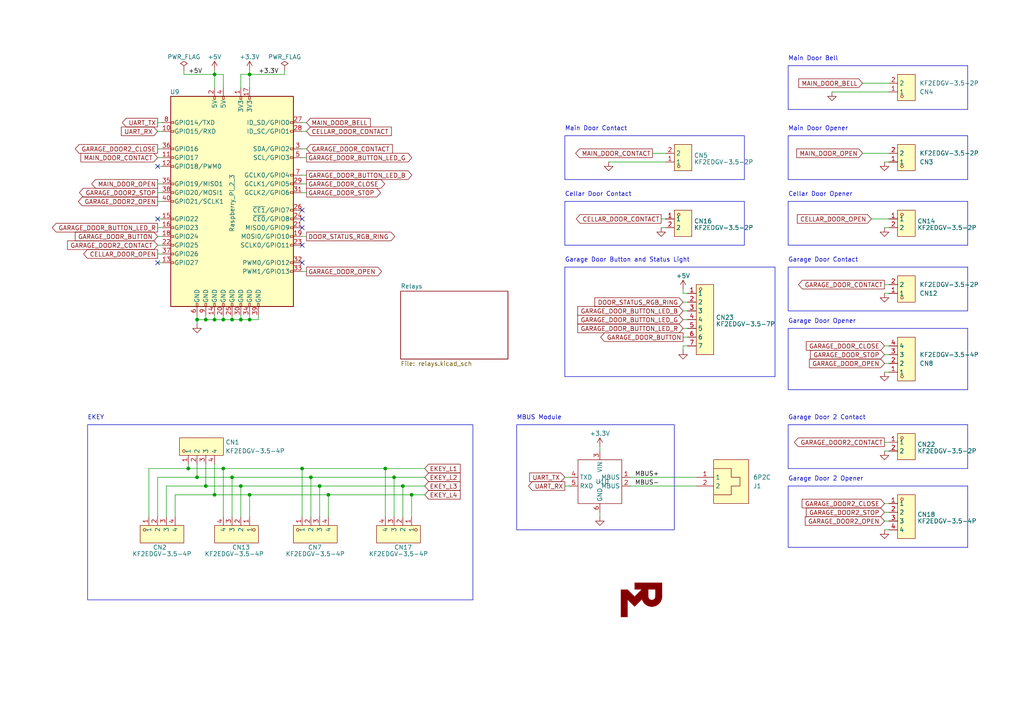
<source format=kicad_sch>
(kicad_sch (version 20230121) (generator eeschema)
  (paper "A4")
  (title_block (title "Door Controller"))
  (lib_symbols
    (symbol "Connector:Raspberry_Pi_2_3" (pin_names (offset 1.016))
      (property "Reference" "J" (at -17.78 31.75 0))
      (property "Value" "Raspberry_Pi_2_3" (at 10.16 -31.75 0))
      (symbol "Raspberry_Pi_2_3_0_1"
        (rectangle (start -17.78 30.48) (end 17.78 -30.48) (stroke (width 0.254)) (fill (type background)))
      )
      (symbol "Raspberry_Pi_2_3_1_1"
        (rectangle (start -16.891 -17.526) (end -17.78 -18.034))
        (rectangle (start -16.891 -14.986) (end -17.78 -15.494))
        (rectangle (start -16.891 -12.446) (end -17.78 -12.954))
        (rectangle (start -16.891 -9.906) (end -17.78 -10.414))
        (rectangle (start -16.891 -7.366) (end -17.78 -7.874))
        (rectangle (start -16.891 -4.826) (end -17.78 -5.334))
        (rectangle (start -16.891 0.254) (end -17.78 -0.254))
        (rectangle (start -16.891 2.794) (end -17.78 2.286))
        (rectangle (start -16.891 5.334) (end -17.78 4.826))
        (rectangle (start -16.891 10.414) (end -17.78 9.906))
        (rectangle (start -16.891 12.954) (end -17.78 12.446))
        (rectangle (start -16.891 15.494) (end -17.78 14.986))
        (rectangle (start -16.891 20.574) (end -17.78 20.066))
        (rectangle (start -16.891 23.114) (end -17.78 22.606))
        (rectangle (start -10.414 -29.591) (end -9.906 -30.48))
        (rectangle (start -7.874 -29.591) (end -7.366 -30.48))
        (rectangle (start -5.334 -29.591) (end -4.826 -30.48))
        (rectangle (start -5.334 30.48) (end -4.826 29.591))
        (rectangle (start -2.794 -29.591) (end -2.286 -30.48))
        (rectangle (start -2.794 30.48) (end -2.286 29.591))
        (rectangle (start -0.254 -29.591) (end 0.254 -30.48))
        (rectangle (start 2.286 -29.591) (end 2.794 -30.48))
        (rectangle (start 2.286 30.48) (end 2.794 29.591))
        (rectangle (start 4.826 -29.591) (end 5.334 -30.48))
        (rectangle (start 4.826 30.48) (end 5.334 29.591))
        (rectangle (start 7.366 -29.591) (end 7.874 -30.48))
        (rectangle (start 17.78 -20.066) (end 16.891 -20.574))
        (rectangle (start 17.78 -17.526) (end 16.891 -18.034))
        (rectangle (start 17.78 -12.446) (end 16.891 -12.954))
        (rectangle (start 17.78 -9.906) (end 16.891 -10.414))
        (rectangle (start 17.78 -7.366) (end 16.891 -7.874))
        (rectangle (start 17.78 -4.826) (end 16.891 -5.334))
        (rectangle (start 17.78 -2.286) (end 16.891 -2.794))
        (rectangle (start 17.78 2.794) (end 16.891 2.286))
        (rectangle (start 17.78 5.334) (end 16.891 4.826))
        (rectangle (start 17.78 7.874) (end 16.891 7.366))
        (rectangle (start 17.78 12.954) (end 16.891 12.446))
        (rectangle (start 17.78 15.494) (end 16.891 14.986))
        (rectangle (start 17.78 20.574) (end 16.891 20.066))
        (rectangle (start 17.78 23.114) (end 16.891 22.606))
        (pin power_in line (at 2.54 33.02 270) (length 2.54) (name "3V3") (number "1"))
        (pin bidirectional line (at -20.32 20.32 0) (length 2.54) (name "GPIO15/RXD") (number "10"))
        (pin bidirectional line (at -20.32 12.7 0) (length 2.54) (name "GPIO17") (number "11"))
        (pin bidirectional line (at -20.32 10.16 0) (length 2.54) (name "GPIO18/PWM0") (number "12"))
        (pin bidirectional line (at -20.32 -17.78 0) (length 2.54) (name "GPIO27") (number "13"))
        (pin power_in line (at -5.08 -33.02 90) (length 2.54) (name "GND") (number "14"))
        (pin bidirectional line (at -20.32 -5.08 0) (length 2.54) (name "GPIO22") (number "15"))
        (pin bidirectional line (at -20.32 -7.62 0) (length 2.54) (name "GPIO23") (number "16"))
        (pin power_in line (at 5.08 33.02 270) (length 2.54) (name "3V3") (number "17"))
        (pin bidirectional line (at -20.32 -10.16 0) (length 2.54) (name "GPIO24") (number "18"))
        (pin bidirectional line (at 20.32 -10.16 180) (length 2.54) (name "MOSI0/GPIO10") (number "19"))
        (pin power_in line (at -5.08 33.02 270) (length 2.54) (name "5V") (number "2"))
        (pin power_in line (at -2.54 -33.02 90) (length 2.54) (name "GND") (number "20"))
        (pin bidirectional line (at 20.32 -7.62 180) (length 2.54) (name "MISO0/GPIO9") (number "21"))
        (pin bidirectional line (at -20.32 -12.7 0) (length 2.54) (name "GPIO25") (number "22"))
        (pin bidirectional line (at 20.32 -12.7 180) (length 2.54) (name "SCLK0/GPIO11") (number "23"))
        (pin bidirectional line (at 20.32 -5.08 180) (length 2.54) (name "~{CE0}/GPIO8") (number "24"))
        (pin power_in line (at 0 -33.02 90) (length 2.54) (name "GND") (number "25"))
        (pin bidirectional line (at 20.32 -2.54 180) (length 2.54) (name "~{CE1}/GPIO7") (number "26"))
        (pin bidirectional line (at 20.32 22.86 180) (length 2.54) (name "ID_SD/GPIO0") (number "27"))
        (pin bidirectional line (at 20.32 20.32 180) (length 2.54) (name "ID_SC/GPIO1") (number "28"))
        (pin bidirectional line (at 20.32 5.08 180) (length 2.54) (name "GCLK1/GPIO5") (number "29"))
        (pin bidirectional line (at 20.32 15.24 180) (length 2.54) (name "SDA/GPIO2") (number "3"))
        (pin power_in line (at 2.54 -33.02 90) (length 2.54) (name "GND") (number "30"))
        (pin bidirectional line (at 20.32 2.54 180) (length 2.54) (name "GCLK2/GPIO6") (number "31"))
        (pin bidirectional line (at 20.32 -17.78 180) (length 2.54) (name "PWM0/GPIO12") (number "32"))
        (pin bidirectional line (at 20.32 -20.32 180) (length 2.54) (name "PWM1/GPIO13") (number "33"))
        (pin power_in line (at 5.08 -33.02 90) (length 2.54) (name "GND") (number "34"))
        (pin bidirectional line (at -20.32 5.08 0) (length 2.54) (name "GPIO19/MISO1") (number "35"))
        (pin bidirectional line (at -20.32 15.24 0) (length 2.54) (name "GPIO16") (number "36"))
        (pin bidirectional line (at -20.32 -15.24 0) (length 2.54) (name "GPIO26") (number "37"))
        (pin bidirectional line (at -20.32 2.54 0) (length 2.54) (name "GPIO20/MOSI1") (number "38"))
        (pin power_in line (at 7.62 -33.02 90) (length 2.54) (name "GND") (number "39"))
        (pin power_in line (at -2.54 33.02 270) (length 2.54) (name "5V") (number "4"))
        (pin bidirectional line (at -20.32 0 0) (length 2.54) (name "GPIO21/SCLK1") (number "40"))
        (pin bidirectional line (at 20.32 12.7 180) (length 2.54) (name "SCL/GPIO3") (number "5"))
        (pin power_in line (at -10.16 -33.02 90) (length 2.54) (name "GND") (number "6"))
        (pin bidirectional line (at 20.32 7.62 180) (length 2.54) (name "GCLK0/GPIO4") (number "7"))
        (pin bidirectional line (at -20.32 22.86 0) (length 2.54) (name "GPIO14/TXD") (number "8"))
        (pin power_in line (at -7.62 -33.02 90) (length 2.54) (name "GND") (number "9"))
      )
    )
    (symbol "MBUS:UART_MBUS_Slave_Module"
      (property "Reference" "U" (at 0 0 0))
      (symbol "UART_MBUS_Slave_Module_0_1"
        (rectangle (start -6.35 6.35) (end 6.35 -6.35))
      )
      (symbol "UART_MBUS_Slave_Module_1_1"
        (pin passive line (at 8.89 1.27 180) (length 2.54) (name "MBUS") (number "1"))
        (pin passive line (at 8.89 -1.27 180) (length 2.54) (name "MBUS") (number "2"))
        (pin power_in line (at 0 8.89 270) (length 2.54) (name "VIN") (number "3"))
        (pin output line (at -8.89 1.27 0) (length 2.54) (name "TXD") (number "4"))
        (pin input line (at -8.89 -1.27 0) (length 2.54) (name "RXD") (number "5"))
        (pin power_out line (at 0 -8.89 90) (length 2.54) (name "GND") (number "6"))
      )
    )
    (symbol "MR-Logo:MR-Logo_9.6x8mm" (in_bom no)
      (symbol "MR-Logo_9.6x8mm_1_1"
        (polyline (pts (xy -6 -5) (xy -4 -5) (xy -4 0) (xy -2 -2) (xy 1 1) (xy 2 1) (xy 2 3) (xy 4 3) (xy 4 1) (xy 6 1) (xy 6 5) (xy -2 5) (xy -2 3) (xy 0 3) (xy -2 1) (xy -4 3) (xy -6 3) (xy -6 -5)) (stroke (width -0.0001)) (fill (type outline)))
        (arc (start 1 1) (mid 1.5858 -0.4142) (end 3 -1) (stroke (width 2)))
        (arc (start 3 -1) (mid 4.4142 -0.4142) (end 5 1) (stroke (width 2)))
      )
    )
    (symbol "easyeda2kicad:HC-WK62-MIH12-G"
      (property "Reference" "RJ" (at 0 0 0))
      (property "Value" "HC-WK62-MIH12-G" (at 0 -10.16 0))
      (symbol "HC-WK62-MIH12-G_0_1"
        (rectangle (start -7.62 10.16) (end 5.08 0) (fill (type background)))
        (polyline (pts (xy 2.54 0) (xy 2.54 5.08) (xy 0 5.08) (xy 0 7.62) (xy -2.54 7.62) (xy -2.54 5.08) (xy -5.08 5.08) (xy -5.08 2.54) (xy -5.08 0)))
      )
      (symbol "HC-WK62-MIH12-G_1_1"
        (pin passive line (at 0 -5.08 90) (length 5.08) (name "1") (number "1"))
        (pin passive line (at -2.54 -5.08 90) (length 5.08) (name "2") (number "2"))
      )
    )
    (symbol "easyeda2kicad:KF2EDGV-3.5-2P"
      (property "Reference" "CN" (at 0 6.35 0))
      (property "Value" "KF2EDGV-3.5-2P" (at 0 -6.35 0))
      (symbol "KF2EDGV-3.5-2P_0_1"
        (rectangle (start -2.54 3.81) (end 2.54 -3.81) (fill (type background)))
        (circle (center -1.27 2.54) (radius 0.38))
      )
      (symbol "KF2EDGV-3.5-2P_1_1"
        (pin passive line (at -5.08 1.27 0) (length 2.54) (name "1") (number "1"))
        (pin passive line (at -5.08 -1.27 0) (length 2.54) (name "2") (number "2"))
      )
    )
    (symbol "easyeda2kicad:KF2EDGV-3.5-4P"
      (property "Reference" "CN" (at 0 8.89 0))
      (property "Value" "KF2EDGV-3.5-4P" (at 0 -8.89 0))
      (symbol "KF2EDGV-3.5-4P_0_1"
        (rectangle (start -2.54 6.35) (end 2.54 -6.35) (fill (type background)))
        (circle (center -1.27 5.08) (radius 0.38))
      )
      (symbol "KF2EDGV-3.5-4P_1_1"
        (pin passive line (at -5.08 3.81 0) (length 2.54) (name "1") (number "1"))
        (pin passive line (at -5.08 1.27 0) (length 2.54) (name "2") (number "2"))
        (pin passive line (at -5.08 -1.27 0) (length 2.54) (name "3") (number "3"))
        (pin passive line (at -5.08 -3.81 0) (length 2.54) (name "4") (number "4"))
      )
    )
    (symbol "easyeda2kicad:KF2EDGV-3.5-7P"
      (property "Reference" "CN" (at 0 12.7 0))
      (property "Value" "KF2EDGV-3.5-7P" (at 0 -12.7 0))
      (symbol "KF2EDGV-3.5-7P_0_1"
        (rectangle (start -2.54 10.16) (end 2.54 -10.16) (fill (type background)))
        (circle (center -1.27 8.89) (radius 0.38))
      )
      (symbol "KF2EDGV-3.5-7P_1_1"
        (pin passive line (at -5.08 7.62 0) (length 2.54) (name "1") (number "1"))
        (pin passive line (at -5.08 5.08 0) (length 2.54) (name "2") (number "2"))
        (pin passive line (at -5.08 2.54 0) (length 2.54) (name "3") (number "3"))
        (pin passive line (at -5.08 0 0) (length 2.54) (name "4") (number "4"))
        (pin passive line (at -5.08 -2.54 0) (length 2.54) (name "5") (number "5"))
        (pin passive line (at -5.08 -5.08 0) (length 2.54) (name "6") (number "6"))
        (pin passive line (at -5.08 -7.62 0) (length 2.54) (name "7") (number "7"))
      )
    )
    (symbol "power:+3.3V" (power) (pin_names (offset 0))
      (property "Value" "+3.3V" (at 0 3.556 0))
      (symbol "+3.3V_0_1"
        (polyline (pts (xy -0.762 1.27) (xy 0 2.54)))
        (polyline (pts (xy 0 0) (xy 0 2.54)))
        (polyline (pts (xy 0 2.54) (xy 0.762 1.27)))
      )
      (symbol "+3.3V_1_1"
        (pin power_in line (at 0 0 90) (length 0) hide (name "+3.3V") (number "1"))
      )
    )
    (symbol "power:+5V" (power) (pin_names (offset 0))
      (property "Value" "+5V" (at 0 3.556 0))
      (symbol "+5V_0_1"
        (polyline (pts (xy -0.762 1.27) (xy 0 2.54)))
        (polyline (pts (xy 0 0) (xy 0 2.54)))
        (polyline (pts (xy 0 2.54) (xy 0.762 1.27)))
      )
      (symbol "+5V_1_1"
        (pin power_in line (at 0 0 90) (length 0) hide (name "+5V") (number "1"))
      )
    )
    (symbol "power:GND" (power) (pin_names (offset 0))
      (property "Value" "GND" (at 0 -3.81 0))
      (symbol "GND_0_1"
        (polyline (pts (xy 0 0) (xy 0 -1.27) (xy 1.27 -1.27) (xy 0 -2.54) (xy -1.27 -1.27) (xy 0 -1.27)))
      )
      (symbol "GND_1_1"
        (pin power_in line (at 0 0 270) (length 0) hide (name "GND") (number "1"))
      )
    )
    (symbol "power:PWR_FLAG" (power) (pin_numbers hide) (pin_names (offset 0) hide)
      (property "Value" "PWR_FLAG" (at 0 3.81 0))
      (symbol "PWR_FLAG_0_0"
        (pin power_out line (at 0 0 90) (length 0) (name "pwr") (number "1"))
      )
      (symbol "PWR_FLAG_0_1"
        (polyline (pts (xy 0 0) (xy 0 1.27) (xy -1.016 1.905) (xy 0 2.54) (xy 1.016 1.905) (xy 0 1.27)))
      )
    )
  )
  (junction (at 69.85 92.71))
  (junction (at 62.23 92.71))
  (junction (at 72.39 92.71))
  (junction (at 57.15 138.43))
  (junction (at 87.63 135.89))
  (junction (at 90.17 138.43))
  (junction (at 92.71 140.97))
  (junction (at 54.61 135.89))
  (junction (at 111.76 135.89))
  (junction (at 95.25 143.51))
  (junction (at 64.77 135.89))
  (junction (at 72.39 21.59))
  (junction (at 64.77 92.71))
  (junction (at 69.85 140.97))
  (junction (at 72.39 143.51))
  (junction (at 119.38 143.51))
  (junction (at 57.15 92.71))
  (junction (at 116.84 140.97))
  (junction (at 67.31 92.71))
  (junction (at 59.69 92.71))
  (junction (at 62.23 21.59))
  (junction (at 62.23 143.51))
  (junction (at 59.69 140.97))
  (junction (at 114.3 138.43))
  (junction (at 67.31 138.43))
  (no_connect (at 87.63 60.96))
  (no_connect (at 45.72 76.2))
  (no_connect (at 87.63 76.2))
  (no_connect (at 87.63 66.04))
  (no_connect (at 45.72 63.5))
  (no_connect (at 87.63 63.5))
  (no_connect (at 87.63 71.12))
  (no_connect (at 45.72 48.26))
  (wire (pts (xy 87.63 53.34) (xy 88.9 53.34)))
  (wire (pts (xy 57.15 91.44) (xy 57.15 92.71)))
  (polyline (pts (xy 163.83 77.47) (xy 163.83 109.22)))
  (wire (pts (xy 198.12 87.63) (xy 199.39 87.63)))
  (wire (pts (xy 198.12 100.33) (xy 198.12 101.6)))
  (polyline (pts (xy 228.6 90.17) (xy 280.67 90.17)))
  (wire (pts (xy 123.19 135.89) (xy 111.76 135.89)))
  (wire (pts (xy 182.88 138.43) (xy 201.93 138.43)))
  (polyline (pts (xy 215.9 39.37) (xy 163.83 39.37)))
  (wire (pts (xy 119.38 143.51) (xy 119.38 149.86)))
  (wire (pts (xy 45.72 38.1) (xy 46.99 38.1)))
  (wire (pts (xy 74.93 91.44) (xy 74.93 92.71)))
  (wire (pts (xy 59.69 140.97) (xy 69.85 140.97)))
  (wire (pts (xy 62.23 21.59) (xy 62.23 25.4)))
  (wire (pts (xy 256.54 46.99) (xy 257.81 46.99)))
  (wire (pts (xy 64.77 135.89) (xy 87.63 135.89)))
  (wire (pts (xy 256.54 100.33) (xy 257.81 100.33)))
  (wire (pts (xy 45.72 48.26) (xy 46.99 48.26)))
  (wire (pts (xy 88.9 43.18) (xy 87.63 43.18)))
  (polyline (pts (xy 228.6 135.89) (xy 280.67 135.89)))
  (wire (pts (xy 45.72 138.43) (xy 57.15 138.43)))
  (wire (pts (xy 57.15 92.71) (xy 57.15 93.98)))
  (wire (pts (xy 256.54 148.59) (xy 257.81 148.59)))
  (polyline (pts (xy 280.67 31.75) (xy 280.67 19.05)))
  (polyline (pts (xy 224.79 109.22) (xy 224.79 77.47)))
  (wire (pts (xy 87.63 50.8) (xy 88.9 50.8)))
  (wire (pts (xy 92.71 140.97) (xy 92.71 149.86)))
  (polyline (pts (xy 195.58 153.67) (xy 195.58 123.19)))
  (wire (pts (xy 62.23 20.32) (xy 62.23 21.59)))
  (wire (pts (xy 57.15 92.71) (xy 59.69 92.71)))
  (wire (pts (xy 173.99 149.86) (xy 173.99 148.59)))
  (polyline (pts (xy 228.6 19.05) (xy 228.6 31.75)))
  (polyline (pts (xy 280.67 52.07) (xy 280.67 39.37)))
  (wire (pts (xy 256.54 82.55) (xy 257.81 82.55)))
  (wire (pts (xy 46.99 35.56) (xy 45.72 35.56)))
  (wire (pts (xy 87.63 38.1) (xy 88.9 38.1)))
  (wire (pts (xy 256.54 107.95) (xy 257.81 107.95)))
  (wire (pts (xy 72.39 143.51) (xy 72.39 149.86)))
  (polyline (pts (xy 228.6 39.37) (xy 228.6 52.07)))
  (polyline (pts (xy 228.6 95.25) (xy 228.6 113.03)))
  (polyline (pts (xy 163.83 52.07) (xy 215.9 52.07)))
  (wire (pts (xy 64.77 91.44) (xy 64.77 92.71)))
  (polyline (pts (xy 280.67 140.97) (xy 228.6 140.97)))
  (polyline (pts (xy 280.67 95.25) (xy 228.6 95.25)))
  (wire (pts (xy 90.17 138.43) (xy 114.3 138.43)))
  (wire (pts (xy 250.19 24.13) (xy 257.81 24.13)))
  (wire (pts (xy 59.69 134.62) (xy 59.69 140.97)))
  (wire (pts (xy 67.31 92.71) (xy 69.85 92.71)))
  (wire (pts (xy 189.23 44.45) (xy 193.04 44.45)))
  (wire (pts (xy 48.26 140.97) (xy 59.69 140.97)))
  (wire (pts (xy 69.85 140.97) (xy 69.85 149.86)))
  (wire (pts (xy 114.3 138.43) (xy 123.19 138.43)))
  (wire (pts (xy 64.77 92.71) (xy 67.31 92.71)))
  (wire (pts (xy 256.54 102.87) (xy 257.81 102.87)))
  (wire (pts (xy 173.99 130.81) (xy 173.99 129.54)))
  (wire (pts (xy 191.77 66.04) (xy 193.04 66.04)))
  (wire (pts (xy 45.72 73.66) (xy 46.99 73.66)))
  (wire (pts (xy 72.39 20.32) (xy 72.39 21.59)))
  (wire (pts (xy 256.54 66.04) (xy 257.81 66.04)))
  (wire (pts (xy 54.61 135.89) (xy 64.77 135.89)))
  (wire (pts (xy 87.63 135.89) (xy 87.63 149.86)))
  (wire (pts (xy 256.54 153.67) (xy 257.81 153.67)))
  (wire (pts (xy 48.26 140.97) (xy 48.26 149.86)))
  (wire (pts (xy 114.3 138.43) (xy 114.3 149.86)))
  (wire (pts (xy 50.8 143.51) (xy 62.23 143.51)))
  (wire (pts (xy 92.71 140.97) (xy 116.84 140.97)))
  (wire (pts (xy 256.54 146.05) (xy 257.81 146.05)))
  (wire (pts (xy 163.83 140.97) (xy 165.1 140.97)))
  (polyline (pts (xy 195.58 123.19) (xy 149.86 123.19)))
  (wire (pts (xy 69.85 92.71) (xy 72.39 92.71)))
  (polyline (pts (xy 163.83 39.37) (xy 163.83 52.07)))
  (wire (pts (xy 64.77 135.89) (xy 64.77 149.86)))
  (wire (pts (xy 256.54 130.81) (xy 257.81 130.81)))
  (wire (pts (xy 57.15 134.62) (xy 57.15 138.43)))
  (wire (pts (xy 59.69 92.71) (xy 62.23 92.71)))
  (wire (pts (xy 72.39 21.59) (xy 82.55 21.59)))
  (polyline (pts (xy 163.83 109.22) (xy 224.79 109.22)))
  (wire (pts (xy 95.25 143.51) (xy 119.38 143.51)))
  (wire (pts (xy 67.31 138.43) (xy 67.31 149.86)))
  (polyline (pts (xy 228.6 31.75) (xy 280.67 31.75)))
  (polyline (pts (xy 215.9 52.07) (xy 215.9 39.37)))
  (wire (pts (xy 176.53 46.99) (xy 193.04 46.99)))
  (wire (pts (xy 87.63 35.56) (xy 88.9 35.56)))
  (wire (pts (xy 43.18 135.89) (xy 54.61 135.89)))
  (wire (pts (xy 87.63 68.58) (xy 88.9 68.58)))
  (wire (pts (xy 123.19 140.97) (xy 116.84 140.97)))
  (wire (pts (xy 198.12 92.71) (xy 199.39 92.71)))
  (wire (pts (xy 256.54 85.09) (xy 257.81 85.09)))
  (wire (pts (xy 241.3 26.67) (xy 257.81 26.67)))
  (wire (pts (xy 72.39 21.59) (xy 72.39 25.4)))
  (wire (pts (xy 62.23 143.51) (xy 72.39 143.51)))
  (wire (pts (xy 45.72 66.04) (xy 46.99 66.04)))
  (wire (pts (xy 199.39 100.33) (xy 198.12 100.33)))
  (polyline (pts (xy 149.86 153.67) (xy 195.58 153.67)))
  (wire (pts (xy 256.54 105.41) (xy 257.81 105.41)))
  (wire (pts (xy 45.72 53.34) (xy 46.99 53.34)))
  (polyline (pts (xy 228.6 52.07) (xy 280.67 52.07)))
  (wire (pts (xy 59.69 91.44) (xy 59.69 92.71)))
  (wire (pts (xy 198.12 83.82) (xy 198.12 85.09)))
  (wire (pts (xy 95.25 143.51) (xy 95.25 149.86)))
  (wire (pts (xy 116.84 149.86) (xy 116.84 140.97)))
  (wire (pts (xy 72.39 92.71) (xy 74.93 92.71)))
  (wire (pts (xy 45.72 63.5) (xy 46.99 63.5)))
  (wire (pts (xy 90.17 138.43) (xy 90.17 149.86)))
  (wire (pts (xy 62.23 92.71) (xy 64.77 92.71)))
  (polyline (pts (xy 215.9 58.42) (xy 163.83 58.42)))
  (wire (pts (xy 53.34 20.32) (xy 53.34 21.59)))
  (wire (pts (xy 198.12 85.09) (xy 199.39 85.09)))
  (wire (pts (xy 72.39 143.51) (xy 95.25 143.51)))
  (polyline (pts (xy 228.6 123.19) (xy 228.6 135.89)))
  (wire (pts (xy 163.83 138.43) (xy 165.1 138.43)))
  (polyline (pts (xy 163.83 71.12) (xy 215.9 71.12)))
  (polyline (pts (xy 280.67 113.03) (xy 280.67 95.25)))
  (wire (pts (xy 43.18 135.89) (xy 43.18 149.86)))
  (polyline (pts (xy 228.6 58.42) (xy 228.6 71.12)))
  (wire (pts (xy 198.12 97.79) (xy 199.39 97.79)))
  (wire (pts (xy 88.9 45.72) (xy 87.63 45.72)))
  (wire (pts (xy 64.77 21.59) (xy 64.77 25.4)))
  (polyline (pts (xy 228.6 71.12) (xy 280.67 71.12)))
  (wire (pts (xy 45.72 71.12) (xy 46.99 71.12)))
  (wire (pts (xy 45.72 55.88) (xy 46.99 55.88)))
  (wire (pts (xy 45.72 43.18) (xy 46.99 43.18)))
  (wire (pts (xy 87.63 78.74) (xy 88.9 78.74)))
  (wire (pts (xy 252.73 63.5) (xy 257.81 63.5)))
  (wire (pts (xy 69.85 91.44) (xy 69.85 92.71)))
  (polyline (pts (xy 224.79 77.47) (xy 163.83 77.47)))
  (wire (pts (xy 72.39 91.44) (xy 72.39 92.71)))
  (wire (pts (xy 45.72 76.2) (xy 46.99 76.2)))
  (wire (pts (xy 45.72 149.86) (xy 45.72 138.43)))
  (wire (pts (xy 69.85 21.59) (xy 69.85 25.4)))
  (polyline (pts (xy 280.67 123.19) (xy 228.6 123.19)))
  (wire (pts (xy 50.8 149.86) (xy 50.8 143.51)))
  (wire (pts (xy 45.72 68.58) (xy 46.99 68.58)))
  (polyline (pts (xy 215.9 71.12) (xy 215.9 58.42)))
  (polyline (pts (xy 163.83 58.42) (xy 163.83 71.12)))
  (wire (pts (xy 82.55 21.59) (xy 82.55 20.32)))
  (polyline (pts (xy 280.67 58.42) (xy 228.6 58.42)))
  (polyline (pts (xy 280.67 90.17) (xy 280.67 77.47)))
  (polyline (pts (xy 280.67 135.89) (xy 280.67 123.19)))
  (wire (pts (xy 62.23 134.62) (xy 62.23 143.51)))
  (polyline (pts (xy 228.6 140.97) (xy 228.6 158.75)))
  (wire (pts (xy 45.72 58.42) (xy 46.99 58.42)))
  (wire (pts (xy 87.63 135.89) (xy 111.76 135.89)))
  (wire (pts (xy 250.19 44.45) (xy 257.81 44.45)))
  (wire (pts (xy 256.54 128.27) (xy 257.81 128.27)))
  (wire (pts (xy 54.61 134.62) (xy 54.61 135.89)))
  (wire (pts (xy 57.15 138.43) (xy 67.31 138.43)))
  (wire (pts (xy 67.31 138.43) (xy 90.17 138.43)))
  (wire (pts (xy 67.31 91.44) (xy 67.31 92.71)))
  (polyline (pts (xy 228.6 158.75) (xy 280.67 158.75)))
  (wire (pts (xy 62.23 91.44) (xy 62.23 92.71)))
  (polyline (pts (xy 280.67 39.37) (xy 228.6 39.37)))
  (polyline (pts (xy 280.67 77.47) (xy 228.6 77.47)))
  (wire (pts (xy 62.23 21.59) (xy 64.77 21.59)))
  (wire (pts (xy 198.12 95.25) (xy 199.39 95.25)))
  (wire (pts (xy 123.19 143.51) (xy 119.38 143.51)))
  (wire (pts (xy 191.77 63.5) (xy 193.04 63.5)))
  (wire (pts (xy 256.54 151.13) (xy 257.81 151.13)))
  (wire (pts (xy 111.76 135.89) (xy 111.76 149.86)))
  (wire (pts (xy 69.85 21.59) (xy 72.39 21.59)))
  (wire (pts (xy 45.72 45.72) (xy 46.99 45.72)))
  (polyline (pts (xy 149.86 123.19) (xy 149.86 153.67)))
  (wire (pts (xy 198.12 90.17) (xy 199.39 90.17)))
  (wire (pts (xy 69.85 140.97) (xy 92.71 140.97)))
  (polyline (pts (xy 280.67 158.75) (xy 280.67 140.97)))
  (wire (pts (xy 53.34 21.59) (xy 62.23 21.59)))
  (polyline (pts (xy 228.6 77.47) (xy 228.6 90.17)))
  (polyline (pts (xy 228.6 113.03) (xy 280.67 113.03)))
  (wire (pts (xy 87.63 55.88) (xy 88.9 55.88)))
  (wire (pts (xy 182.88 140.97) (xy 201.93 140.97)))
  (polyline (pts (xy 280.67 19.05) (xy 228.6 19.05)))
  (polyline (pts (xy 280.67 71.12) (xy 280.67 58.42)))
  (rectangle (start 25.4 123.19) (end 137.16 173.99))
  (text "Cellar Door Contact" (at 163.83 57.15 0) (effects (font (size 1.27 1.27)) (justify left bottom)))
  (text "Garage Door Contact" (at 228.6 76.2 0) (effects (font (size 1.27 1.27)) (justify left bottom)))
  (text "Cellar Door Opener" (at 228.6 57.15 0) (effects (font (size 1.27 1.27)) (justify left bottom)))
  (text "Main Door Bell" (at 228.6 17.78 0) (effects (font (size 1.27 1.27)) (justify left bottom)))
  (text "EKEY" (at 25.4 121.92 0) (effects (font (size 1.27 1.27)) (justify left bottom)))
  (text "MBUS Module" (at 149.86 121.92 0) (effects (font (size 1.27 1.27)) (justify left bottom)))
  (text "Main Door Opener" (at 228.6 38.1 0) (effects (font (size 1.27 1.27)) (justify left bottom)))
  (text "Garage Door 2 Contact" (at 228.6 121.92 0) (effects (font (size 1.27 1.27)) (justify left bottom)))
  (text "Main Door Contact" (at 163.83 38.1 0) (effects (font (size 1.27 1.27)) (justify left bottom)))
  (text "Garage Door 2 Opener" (at 228.6 139.7 0) (effects (font (size 1.27 1.27)) (justify left bottom)))
  (text "Garage Door Opener" (at 228.6 93.98 0) (effects (font (size 1.27 1.27)) (justify left bottom)))
  (text "Garage Door Button and Status Light" (at 163.83 76.2 0) (effects (font (size 1.27 1.27)) (justify left bottom)))
  (label "MBUS-" (at 184.15 140.97 0))
  (label "MBUS+" (at 184.15 138.43 0))
  (label "+3.3V" (at 74.93 21.59 0))
  (label "+5V" (at 54.61 21.59 0))
  (global_label "GARAGE_DOOR_BUTTON_LED_R" (shape input) (at 198.12 95.25 180) (property "Intersheetrefs" "${INTERSHEET_REFS}" (effects hide)))
  (global_label "GARAGE_DOOR2_STOP" (shape output) (at 45.72 55.88 180) (property "Intersheetrefs" "${INTERSHEET_REFS}" (effects hide)))
  (global_label "GARAGE_DOOR_BUTTON_LED_G" (shape output) (at 88.9 45.72 0) (property "Intersheetrefs" "${INTERSHEET_REFS}" (effects hide)))
  (global_label "MAIN_DOOR_OPEN" (shape input) (at 250.19 44.45 180) (property "Intersheetrefs" "${INTERSHEET_REFS}" (effects hide)))
  (global_label "UART_TX" (shape input) (at 163.83 138.43 180) (property "Intersheetrefs" "${INTERSHEET_REFS}" (effects hide)))
  (global_label "CELLAR_DOOR_CONTACT" (shape input) (at 88.9 38.1 0) (property "Intersheetrefs" "${INTERSHEET_REFS}" (effects hide)))
  (global_label "GARAGE_DOOR_CLOSE" (shape input) (at 256.54 100.33 180) (property "Intersheetrefs" "${INTERSHEET_REFS}" (effects hide)))
  (global_label "UART_RX" (shape input) (at 45.72 38.1 180) (property "Intersheetrefs" "${INTERSHEET_REFS}" (effects hide)))
  (global_label "GARAGE_DOOR2_OPEN" (shape input) (at 256.54 151.13 180) (property "Intersheetrefs" "${INTERSHEET_REFS}" (effects hide)))
  (global_label "CELLAR_DOOR_OPEN" (shape output) (at 45.72 73.66 180) (property "Intersheetrefs" "${INTERSHEET_REFS}" (effects hide)))
  (global_label "GARAGE_DOOR_BUTTON_LED_B" (shape input) (at 198.12 90.17 180) (property "Intersheetrefs" "${INTERSHEET_REFS}" (effects hide)))
  (global_label "GARAGE_DOOR2_OPEN" (shape output) (at 45.72 58.42 180) (property "Intersheetrefs" "${INTERSHEET_REFS}" (effects hide)))
  (global_label "EKEY_L3" (shape input) (at 123.19 140.97 0) (property "Intersheetrefs" "${INTERSHEET_REFS}" (effects hide)) (property "Netclass" "EKEY Bus" (effects hide)))
  (global_label "MAIN_DOOR_CONTACT" (shape input) (at 45.72 45.72 180) (property "Intersheetrefs" "${INTERSHEET_REFS}" (effects hide)))
  (global_label "CELLAR_DOOR_OPEN" (shape input) (at 252.73 63.5 180) (property "Intersheetrefs" "${INTERSHEET_REFS}" (effects hide)))
  (global_label "DOOR_STATUS_RGB_RING" (shape output) (at 88.9 68.58 0) (property "Intersheetrefs" "${INTERSHEET_REFS}" (effects hide)))
  (global_label "GARAGE_DOOR_STOP" (shape input) (at 256.54 102.87 180) (property "Intersheetrefs" "${INTERSHEET_REFS}" (effects hide)))
  (global_label "UART_TX" (shape output) (at 45.72 35.56 180) (property "Intersheetrefs" "${INTERSHEET_REFS}" (effects hide)))
  (global_label "MAIN_DOOR_CONTACT" (shape output) (at 189.23 44.45 180) (property "Intersheetrefs" "${INTERSHEET_REFS}" (effects hide)))
  (global_label "GARAGE_DOOR_BUTTON_LED_G" (shape input) (at 198.12 92.71 180) (property "Intersheetrefs" "${INTERSHEET_REFS}" (effects hide)))
  (global_label "UART_RX" (shape output) (at 163.83 140.97 180) (property "Intersheetrefs" "${INTERSHEET_REFS}" (effects hide)))
  (global_label "GARAGE_DOOR_CONTACT" (shape output) (at 256.54 82.55 180) (property "Intersheetrefs" "${INTERSHEET_REFS}" (effects hide)))
  (global_label "GARAGE_DOOR2_CONTACT" (shape input) (at 45.72 71.12 180) (property "Intersheetrefs" "${INTERSHEET_REFS}" (effects hide)))
  (global_label "GARAGE_DOOR_CLOSE" (shape output) (at 88.9 53.34 0) (property "Intersheetrefs" "${INTERSHEET_REFS}" (effects hide)))
  (global_label "GARAGE_DOOR2_CLOSE" (shape output) (at 45.72 43.18 180) (property "Intersheetrefs" "${INTERSHEET_REFS}" (effects hide)))
  (global_label "GARAGE_DOOR_BUTTON_LED_R" (shape output) (at 45.72 66.04 180) (property "Intersheetrefs" "${INTERSHEET_REFS}" (effects hide)))
  (global_label "GARAGE_DOOR2_STOP" (shape input) (at 256.54 148.59 180) (property "Intersheetrefs" "${INTERSHEET_REFS}" (effects hide)))
  (global_label "GARAGE_DOOR2_CLOSE" (shape input) (at 256.54 146.05 180) (property "Intersheetrefs" "${INTERSHEET_REFS}" (effects hide)))
  (global_label "GARAGE_DOOR2_CONTACT" (shape output) (at 256.54 128.27 180) (property "Intersheetrefs" "${INTERSHEET_REFS}" (effects hide)))
  (global_label "GARAGE_DOOR_OPEN" (shape input) (at 256.54 105.41 180) (property "Intersheetrefs" "${INTERSHEET_REFS}" (effects hide)))
  (global_label "GARAGE_DOOR_BUTTON_LED_B" (shape output) (at 88.9 50.8 0) (property "Intersheetrefs" "${INTERSHEET_REFS}" (effects hide)))
  (global_label "CELLAR_DOOR_CONTACT" (shape output) (at 191.77 63.5 180) (property "Intersheetrefs" "${INTERSHEET_REFS}" (effects hide)))
  (global_label "GARAGE_DOOR_BUTTON" (shape output) (at 198.12 97.79 180) (property "Intersheetrefs" "${INTERSHEET_REFS}" (effects hide)))
  (global_label "EKEY_L2" (shape input) (at 123.19 138.43 0) (property "Intersheetrefs" "${INTERSHEET_REFS}" (effects hide)) (property "Netclass" "EKEY Bus" (effects hide)))
  (global_label "EKEY_L1" (shape input) (at 123.19 135.89 0) (property "Intersheetrefs" "${INTERSHEET_REFS}" (effects hide)) (property "Netclass" "EKEY Bus" (effects hide)))
  (global_label "GARAGE_DOOR_CONTACT" (shape input) (at 88.9 43.18 0) (property "Intersheetrefs" "${INTERSHEET_REFS}" (effects hide)))
  (global_label "GARAGE_DOOR_OPEN" (shape output) (at 88.9 78.74 0) (property "Intersheetrefs" "${INTERSHEET_REFS}" (effects hide)))
  (global_label "GARAGE_DOOR_STOP" (shape output) (at 88.9 55.88 0) (property "Intersheetrefs" "${INTERSHEET_REFS}" (effects hide)))
  (global_label "MAIN_DOOR_BELL" (shape input) (at 88.9 35.56 0) (property "Intersheetrefs" "${INTERSHEET_REFS}" (effects hide)))
  (global_label "MAIN_DOOR_BELL" (shape input) (at 250.19 24.13 180) (property "Intersheetrefs" "${INTERSHEET_REFS}" (effects hide)) (property "Netclass" "Signal" (effects hide)) (property "GPIO" "1" (effects hide)) (property "Color" "Red" (effects hide)))
  (global_label "EKEY_L4" (shape input) (at 123.19 143.51 0) (property "Intersheetrefs" "${INTERSHEET_REFS}" (effects hide)) (property "Netclass" "EKEY Bus" (effects hide)))
  (global_label "GARAGE_DOOR_BUTTON" (shape input) (at 45.72 68.58 180) (property "Intersheetrefs" "${INTERSHEET_REFS}" (effects hide)))
  (global_label "MAIN_DOOR_OPEN" (shape output) (at 45.72 53.34 180) (property "Intersheetrefs" "${INTERSHEET_REFS}" (effects hide)))
  (global_label "DOOR_STATUS_RGB_RING" (shape input) (at 198.12 87.63 180) (property "Intersheetrefs" "${INTERSHEET_REFS}" (effects hide)))
  (symbol (lib_id "easyeda2kicad:KF2EDGV-3.5-2P") (at 262.89 129.54 0) (unit 1)
    (property "Reference" "CN22" (at 266.065 128.905 0) (effects (justify left)))
    (property "Value" "KF2EDGV-3.5-2P" (at 266.065 130.81 0) (effects (justify left)))
    (property "Footprint" "easyeda2kicad:CONN-TH_2P_P3.50_KF2EDGV-3.5-2P" (effects hide))
    (property "Datasheet" "https://lcsc.com/product-detail/Pluggable-System-Terminal-Block_Cixi-Kefa-Elec-KF2EDGV-3-5-2P_C441321.html" (effects hide))
    (property "LCSC Part" "C441321" (effects hide))
  )
  (symbol (lib_id "easyeda2kicad:KF2EDGV-3.5-2P") (at 198.12 45.72 0) (mirror x) (unit 1)
    (property "Reference" "CN5" (at 201.295 45.085 0) (effects (justify left)))
    (property "Value" "KF2EDGV-3.5-2P" (at 201.295 46.99 0) (effects (justify left)))
    (property "Footprint" "easyeda2kicad:CONN-TH_2P_P3.50_KF2EDGV-3.5-2P" (effects hide))
    (property "Datasheet" "https://lcsc.com/product-detail/Pluggable-System-Terminal-Block_Cixi-Kefa-Elec-KF2EDGV-3-5-2P_C441321.html" (effects hide))
    (property "LCSC Part" "C441321" (effects hide))
  )
  (symbol (lib_id "power:+3.3V") (at 173.99 129.54 0) (unit 1)
    (property "Reference" "#PWR01" (effects hide))
    (property "Value" "+3.3V" (at 173.99 125.73 0))
  )
  (symbol (lib_id "power:GND") (at 256.54 107.95 0) (unit 1)
    (property "Reference" "#PWR06" (effects hide))
    (property "Value" "GND" (effects hide))
  )
  (symbol (lib_id "easyeda2kicad:KF2EDGV-3.5-2P") (at 262.89 25.4 0) (mirror x) (unit 1)
    (property "Reference" "CN4" (at 266.7 26.67 0) (effects (justify left)))
    (property "Value" "KF2EDGV-3.5-2P" (at 266.7 24.13 0) (effects (justify left)))
    (property "Footprint" "easyeda2kicad:CONN-TH_2P_P3.50_KF2EDGV-3.5-2P" (effects hide))
    (property "Datasheet" "https://lcsc.com/product-detail/Pluggable-System-Terminal-Block_Cixi-Kefa-Elec-KF2EDGV-3-5-2P_C441321.html" (effects hide))
    (property "LCSC Part" "C441321" (effects hide))
  )
  (symbol (lib_id "Connector:Raspberry_Pi_2_3") (at 67.31 58.42 0) (unit 1)
    (property "Reference" "U9" (at 52.07 26.67 0) (effects (justify right)))
    (property "Value" "Raspberry_Pi_2_3" (at 67.31 67.31 90) (effects (justify left)))
    (property "Footprint" "MR-Logo:PinSocket_2x20_P2.54mm_Vertical_RaspberryPi" (effects hide))
    (property "Datasheet" "https://www.raspberrypi.org/documentation/hardware/raspberrypi/schematics/rpi_SCH_3bplus_1p0_reduced.pdf" (effects hide))
    (property "LCSC Part" "C2685116" (effects hide))
  )
  (symbol (lib_id "power:GND") (at 176.53 46.99 0) (unit 1)
    (property "Reference" "#PWR014" (effects hide))
    (property "Value" "GND" (effects hide))
  )
  (symbol (lib_id "MR-Logo:MR-Logo_9.6x8mm") (at 186.055 173.99 0) (unit 1) (in_bom no)
    (property "Reference" "SYM1" (effects hide))
    (property "Value" "MR-Logo_9.6x8mm" (effects hide))
    (property "Footprint" "MR-Logo:MR-Logo_9.6x8mm" (effects hide))
    (property "Sim.Enable" "0" (effects hide))
  )
  (symbol (lib_id "power:GND") (at 256.54 130.81 0) (unit 1)
    (property "Reference" "#PWR047" (effects hide))
    (property "Value" "GND" (effects hide))
  )
  (symbol (lib_id "power:GND") (at 57.15 93.98 0) (unit 1)
    (property "Reference" "#PWR03" (effects hide))
    (property "Value" "GND" (effects hide))
  )
  (symbol (lib_id "power:GND") (at 241.3 26.67 0) (unit 1)
    (property "Reference" "#PWR011" (effects hide))
    (property "Value" "GND" (effects hide))
  )
  (symbol (lib_id "easyeda2kicad:KF2EDGV-3.5-4P") (at 46.99 154.94 90) (mirror x) (unit 1)
    (property "Reference" "CN2" (at 46.355 158.75 90))
    (property "Value" "KF2EDGV-3.5-4P" (at 46.99 160.655 90))
    (property "Footprint" "easyeda2kicad:CONN-TH_4P-P3.50_KF2EDGV-3.5-4P" (effects hide))
    (property "Datasheet" "https://lcsc.com/product-detail/Pluggable-System-Terminal-Block_Cixi-Kefa-Elec-KF2EDGV-3-5-4P_C441323.html" (effects hide))
    (property "LCSC Part" "C441323" (effects hide))
  )
  (symbol (lib_id "easyeda2kicad:KF2EDGV-3.5-2P") (at 262.89 45.72 0) (mirror x) (unit 1)
    (property "Reference" "CN3" (at 266.7 46.99 0) (effects (justify left)))
    (property "Value" "KF2EDGV-3.5-2P" (at 266.7 44.45 0) (effects (justify left)))
    (property "Footprint" "easyeda2kicad:CONN-TH_2P_P3.50_KF2EDGV-3.5-2P" (effects hide))
    (property "Datasheet" "https://lcsc.com/product-detail/Pluggable-System-Terminal-Block_Cixi-Kefa-Elec-KF2EDGV-3-5-2P_C441321.html" (effects hide))
    (property "LCSC Part" "C441321" (effects hide))
  )
  (symbol (lib_id "power:GND") (at 256.54 46.99 0) (unit 1)
    (property "Reference" "#PWR04" (effects hide))
    (property "Value" "GND" (effects hide))
  )
  (symbol (lib_id "easyeda2kicad:KF2EDGV-3.5-7P") (at 204.47 92.71 0) (unit 1)
    (property "Reference" "CN23" (at 207.645 92.075 0) (effects (justify left)))
    (property "Value" "KF2EDGV-3.5-7P" (at 207.645 93.98 0) (effects (justify left)))
    (property "Footprint" "easyeda2kicad:CONN-TH_7P-P3.50_KF2EDGV-3.5-7P" (effects hide))
    (property "Datasheet" "https://lcsc.com/product-detail/Pluggable-System-Terminal-Block_Cixi-Kefa-Elec-KF2EDGV-3-5-7P_C441326.html" (effects hide))
    (property "LCSC Part" "C441326" (effects hide))
  )
  (symbol (lib_id "easyeda2kicad:KF2EDGV-3.5-4P") (at 58.42 129.54 90) (unit 1)
    (property "Reference" "CN1" (at 65.405 128.27 90) (effects (justify right)))
    (property "Value" "KF2EDGV-3.5-4P" (at 65.405 130.81 90) (effects (justify right)))
    (property "Footprint" "easyeda2kicad:CONN-TH_4P-P3.50_KF2EDGV-3.5-4P" (effects hide))
    (property "Datasheet" "https://lcsc.com/product-detail/Pluggable-System-Terminal-Block_Cixi-Kefa-Elec-KF2EDGV-3-5-4P_C441323.html" (effects hide))
    (property "LCSC Part" "C441323" (effects hide))
  )
  (symbol (lib_id "power:PWR_FLAG") (at 53.34 20.32 0) (unit 1)
    (property "Reference" "#FLG03" (effects hide))
    (property "Value" "PWR_FLAG" (at 53.34 16.51 0))
  )
  (symbol (lib_id "power:PWR_FLAG") (at 82.55 20.32 0) (unit 1)
    (property "Reference" "#FLG01" (effects hide))
    (property "Value" "PWR_FLAG" (at 82.55 16.51 0))
  )
  (symbol (lib_id "power:GND") (at 256.54 153.67 0) (unit 1)
    (property "Reference" "#PWR048" (effects hide))
    (property "Value" "GND" (effects hide))
  )
  (symbol (lib_id "easyeda2kicad:KF2EDGV-3.5-2P") (at 262.89 83.82 0) (mirror x) (unit 1)
    (property "Reference" "CN12" (at 266.7 85.09 0) (effects (justify left)))
    (property "Value" "KF2EDGV-3.5-2P" (at 266.7 82.55 0) (effects (justify left)))
    (property "Footprint" "easyeda2kicad:CONN-TH_2P_P3.50_KF2EDGV-3.5-2P" (effects hide))
    (property "Datasheet" "https://lcsc.com/product-detail/Pluggable-System-Terminal-Block_Cixi-Kefa-Elec-KF2EDGV-3-5-2P_C441321.html" (effects hide))
    (property "LCSC Part" "C441321" (effects hide))
  )
  (symbol (lib_id "easyeda2kicad:HC-WK62-MIH12-G") (at 207.01 138.43 270) (mirror x) (unit 1)
    (property "Reference" "J1" (at 218.44 140.97 90) (effects (justify left)))
    (property "Value" "6P2C" (at 218.44 138.43 90) (effects (justify left)))
    (property "Footprint" "easyeda2kicad:RJ11-TH_55A-1X1-6P2C-E-13H_HC-WK62-MIH12-G" (effects hide))
    (property "Datasheet" "https://www.lcsc.com/product-detail/Ethernet-Connectors-Modular-Connectors-RJ45-RJ11_Hong-Cheng-HC-WK62-MIH12-G_C7501840.html" (effects hide))
    (property "LCSC Part" "C7501840" (effects hide))
  )
  (symbol (lib_id "power:+5V") (at 198.12 83.82 0) (unit 1)
    (property "Reference" "#PWR018" (effects hide))
    (property "Value" "+5V" (at 198.12 80.01 0))
  )
  (symbol (lib_id "easyeda2kicad:KF2EDGV-3.5-4P") (at 262.89 104.14 0) (mirror x) (unit 1)
    (property "Reference" "CN8" (at 266.7 105.41 0) (effects (justify left)))
    (property "Value" "KF2EDGV-3.5-4P" (at 266.7 102.87 0) (effects (justify left)))
    (property "Footprint" "easyeda2kicad:CONN-TH_4P-P3.50_KF2EDGV-3.5-4P" (effects hide))
    (property "Datasheet" "https://lcsc.com/product-detail/Pluggable-System-Terminal-Block_Cixi-Kefa-Elec-KF2EDGV-3-5-4P_C441323.html" (effects hide))
    (property "LCSC Part" "C441323" (effects hide))
  )
  (symbol (lib_id "power:+5V") (at 62.23 20.32 0) (unit 1)
    (property "Reference" "#PWR049" (effects hide))
    (property "Value" "+5V" (at 62.23 16.51 0))
  )
  (symbol (lib_id "power:+3.3V") (at 72.39 20.32 0) (unit 1)
    (property "Reference" "#PWR02" (effects hide))
    (property "Value" "+3.3V" (at 72.39 16.51 0))
  )
  (symbol (lib_id "easyeda2kicad:KF2EDGV-3.5-2P") (at 262.89 64.77 0) (unit 1)
    (property "Reference" "CN14" (at 266.065 64.135 0) (effects (justify left)))
    (property "Value" "KF2EDGV-3.5-2P" (at 266.065 66.04 0) (effects (justify left)))
    (property "Footprint" "easyeda2kicad:CONN-TH_2P_P3.50_KF2EDGV-3.5-2P" (effects hide))
    (property "Datasheet" "https://lcsc.com/product-detail/Pluggable-System-Terminal-Block_Cixi-Kefa-Elec-KF2EDGV-3-5-2P_C441321.html" (effects hide))
    (property "LCSC Part" "C441321" (effects hide))
  )
  (symbol (lib_id "MBUS:UART_MBUS_Slave_Module") (at 173.99 139.7 0) (unit 1)
    (property "Reference" "U10" (at 172.72 139.7 0) (effects (justify left)))
    (property "Value" "~" (at 173.99 139.7 0))
    (property "Footprint" "MBUS:UART_MBUS_Slave_Module" (effects hide))
    (property "LCSC Part" "C2718488,C49661" (effects hide))
  )
  (symbol (lib_id "easyeda2kicad:KF2EDGV-3.5-4P") (at 68.58 154.94 270) (unit 1)
    (property "Reference" "CN13" (at 67.31 158.75 90) (effects (justify left)))
    (property "Value" "KF2EDGV-3.5-4P" (at 67.945 160.655 90))
    (property "Footprint" "easyeda2kicad:CONN-TH_4P-P3.50_KF2EDGV-3.5-4P" (effects hide))
    (property "Datasheet" "https://lcsc.com/product-detail/Pluggable-System-Terminal-Block_Cixi-Kefa-Elec-KF2EDGV-3-5-4P_C441323.html" (effects hide))
    (property "LCSC Part" "C441323" (effects hide))
  )
  (symbol (lib_id "power:GND") (at 191.77 66.04 0) (unit 1)
    (property "Reference" "#PWR013" (effects hide))
    (property "Value" "GND" (effects hide))
  )
  (symbol (lib_id "power:GND") (at 256.54 66.04 0) (unit 1)
    (property "Reference" "#PWR05" (effects hide))
    (property "Value" "GND" (effects hide))
  )
  (symbol (lib_id "easyeda2kicad:KF2EDGV-3.5-4P") (at 91.44 154.94 90) (mirror x) (unit 1)
    (property "Reference" "CN7" (at 93.345 158.75 90) (effects (justify left)))
    (property "Value" "KF2EDGV-3.5-4P" (at 91.44 160.655 90))
    (property "Footprint" "easyeda2kicad:CONN-TH_4P-P3.50_KF2EDGV-3.5-4P" (effects hide))
    (property "Datasheet" "https://lcsc.com/product-detail/Pluggable-System-Terminal-Block_Cixi-Kefa-Elec-KF2EDGV-3-5-4P_C441323.html" (effects hide))
    (property "LCSC Part" "C441323" (effects hide))
  )
  (symbol (lib_id "easyeda2kicad:KF2EDGV-3.5-4P") (at 115.57 154.94 270) (unit 1)
    (property "Reference" "CN17" (at 114.3 158.75 90) (effects (justify left)))
    (property "Value" "KF2EDGV-3.5-4P" (at 115.57 160.655 90))
    (property "Footprint" "easyeda2kicad:CONN-TH_4P-P3.50_KF2EDGV-3.5-4P" (effects hide))
    (property "Datasheet" "https://lcsc.com/product-detail/Pluggable-System-Terminal-Block_Cixi-Kefa-Elec-KF2EDGV-3-5-4P_C441323.html" (effects hide))
    (property "LCSC Part" "C441323" (effects hide))
  )
  (symbol (lib_id "easyeda2kicad:KF2EDGV-3.5-2P") (at 198.12 64.77 0) (unit 1)
    (property "Reference" "CN16" (at 201.295 64.135 0) (effects (justify left)))
    (property "Value" "KF2EDGV-3.5-2P" (at 201.295 66.04 0) (effects (justify left)))
    (property "Footprint" "easyeda2kicad:CONN-TH_2P_P3.50_KF2EDGV-3.5-2P" (effects hide))
    (property "Datasheet" "https://lcsc.com/product-detail/Pluggable-System-Terminal-Block_Cixi-Kefa-Elec-KF2EDGV-3-5-2P_C441321.html" (effects hide))
    (property "LCSC Part" "C441321" (effects hide))
  )
  (symbol (lib_id "power:GND") (at 198.12 101.6 0) (unit 1)
    (property "Reference" "#PWR07" (effects hide))
    (property "Value" "GND" (effects hide))
  )
  (symbol (lib_id "power:GND") (at 173.99 149.86 0) (unit 1)
    (property "Reference" "#PWR050" (effects hide))
    (property "Value" "GND" (effects hide))
  )
  (symbol (lib_id "power:GND") (at 256.54 85.09 0) (unit 1)
    (property "Reference" "#PWR016" (effects hide))
    (property "Value" "GND" (effects hide))
  )
  (symbol (lib_id "easyeda2kicad:KF2EDGV-3.5-4P") (at 262.89 149.86 0) (unit 1)
    (property "Reference" "CN18" (at 266.065 149.225 0) (effects (justify left)))
    (property "Value" "KF2EDGV-3.5-4P" (at 266.065 151.13 0) (effects (justify left)))
    (property "Footprint" "easyeda2kicad:CONN-TH_4P-P3.50_KF2EDGV-3.5-4P" (effects hide))
    (property "Datasheet" "https://lcsc.com/product-detail/Pluggable-System-Terminal-Block_Cixi-Kefa-Elec-KF2EDGV-3-5-4P_C441323.html" (effects hide))
    (property "LCSC Part" "C441323" (effects hide))
  )
  (sheet (at 116.205 84.455) (size 31.115 19.685) (stroke (width 0.1524))
    (property "Sheetname" "Relays" (at 116.205 83.7434 0) (effects (justify left bottom)))
    (property "Sheetfile" "relays.kicad_sch" (at 116.205 104.7246 0) (effects (justify left top)))
  )
)
</source>
